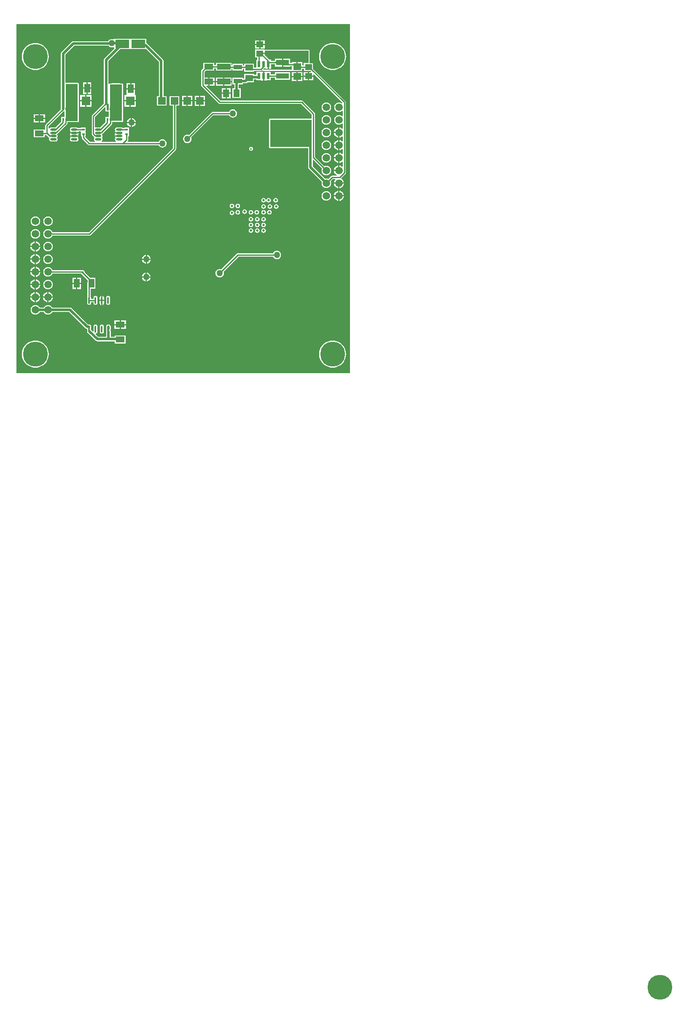
<source format=gbr>
%TF.GenerationSoftware,Altium Limited,Altium Designer,18.0.12 (696)*%
G04 Layer_Physical_Order=2*
G04 Layer_Color=16711680*
%FSLAX26Y26*%
%MOIN*%
%TF.FileFunction,Copper,L2,Bot,Signal*%
%TF.Part,Single*%
G01*
G75*
%TA.AperFunction,SMDPad,CuDef*%
%ADD10R,0.057087X0.045276*%
%ADD11R,0.059055X0.049213*%
%ADD13R,0.106299X0.045276*%
%ADD14R,0.070866X0.045276*%
%ADD17R,0.049213X0.059055*%
%ADD20R,0.021654X0.017716*%
%TA.AperFunction,Conductor*%
%ADD24C,0.019685*%
%ADD25C,0.010000*%
%ADD40R,0.330000X0.216000*%
%TA.AperFunction,ViaPad*%
%ADD59C,0.019685*%
%TA.AperFunction,ComponentPad*%
%ADD60R,0.070866X0.070866*%
%ADD61R,0.060000X0.060000*%
%ADD62C,0.059055*%
%TA.AperFunction,ViaPad*%
%ADD63C,0.196850*%
%ADD64C,0.050000*%
%ADD65C,0.013780*%
%TA.AperFunction,SMDPad,CuDef*%
%ADD66R,0.045276X0.070866*%
%ADD67R,0.110236X0.066929*%
%ADD68O,0.051181X0.017716*%
%ADD69R,0.066929X0.037402*%
%ADD70R,0.061024X0.053150*%
%ADD71R,0.102362X0.043307*%
%ADD72R,0.021654X0.051181*%
%ADD73O,0.013780X0.055118*%
%ADD74R,0.015748X0.023622*%
%TA.AperFunction,Conductor*%
%ADD75C,0.015748*%
%ADD76R,0.095000X0.295000*%
%ADD77R,0.095000X0.290000*%
G36*
X2488055Y-150472D02*
X-149740D01*
Y2605434D01*
X2488055D01*
Y-150472D01*
D02*
G37*
%LPC*%
G36*
X750984Y2491339D02*
X745984Y2491338D01*
X623032D01*
Y2488526D01*
X618031Y2485185D01*
X613582Y2487028D01*
X605000Y2488158D01*
X596418Y2487028D01*
X588421Y2483715D01*
X581554Y2478446D01*
X576285Y2471579D01*
X576071Y2471064D01*
X299000D01*
X292087Y2469689D01*
X286227Y2465773D01*
X206637Y2386182D01*
X202721Y2380322D01*
X201346Y2373410D01*
Y1936339D01*
X201916Y1933472D01*
X82718Y1814274D01*
X79873Y1810015D01*
X78874Y1804992D01*
Y1777917D01*
X75307Y1774457D01*
X-11307D01*
Y1713433D01*
X75307D01*
Y1728723D01*
X88714D01*
X104514Y1712923D01*
X108549Y1710227D01*
X108797Y1710010D01*
X110789Y1704579D01*
X109829Y1703143D01*
X108531Y1696614D01*
X109829Y1690085D01*
X113527Y1684551D01*
X119062Y1680853D01*
X125591Y1679554D01*
X159055D01*
X165584Y1680853D01*
X171118Y1684551D01*
X174817Y1690085D01*
X176115Y1696614D01*
X174817Y1703143D01*
X173220Y1705532D01*
X171452Y1709409D01*
X173220Y1713287D01*
X174817Y1715676D01*
X176115Y1722205D01*
X174817Y1728733D01*
X171118Y1734268D01*
Y1735732D01*
X174117Y1740219D01*
X177338Y1742372D01*
X249439Y1814473D01*
X252285Y1818731D01*
X253284Y1823754D01*
Y1831972D01*
X335000D01*
X338072Y1832583D01*
X340677Y1834323D01*
X342417Y1836928D01*
X343028Y1840000D01*
Y1956693D01*
X343307D01*
Y2043307D01*
X343028D01*
Y2135000D01*
X342417Y2138072D01*
X340677Y2140677D01*
X338072Y2142417D01*
X335000Y2143028D01*
X321457D01*
Y2143307D01*
X260433D01*
Y2143028D01*
X240000D01*
X237473Y2145102D01*
Y2365927D01*
X306482Y2434936D01*
X578959D01*
X581554Y2431554D01*
X588421Y2426285D01*
X596418Y2422972D01*
X605000Y2421842D01*
X613582Y2422972D01*
X618031Y2424815D01*
X623032Y2421474D01*
Y2412554D01*
X547227Y2336749D01*
X543311Y2330889D01*
X541936Y2323976D01*
Y1980500D01*
X449577Y1888140D01*
X446731Y1883881D01*
X445732Y1878858D01*
Y1738793D01*
X446731Y1733770D01*
X449577Y1729512D01*
X462307Y1716781D01*
X465529Y1714628D01*
X468527Y1710142D01*
Y1708677D01*
X464829Y1703143D01*
X463531Y1696614D01*
X464829Y1690085D01*
X468527Y1684551D01*
X472156Y1682126D01*
X470639Y1677126D01*
X430964D01*
X392539Y1715551D01*
X393124Y1720551D01*
X397701D01*
Y1750984D01*
X397701Y1754016D01*
X397701Y1759016D01*
Y1789449D01*
X360299D01*
Y1786512D01*
X334882D01*
X330938Y1789147D01*
X324409Y1790446D01*
X290945D01*
X284416Y1789147D01*
X278882Y1785449D01*
X275183Y1779914D01*
X273885Y1773386D01*
X275183Y1766857D01*
X278377Y1762078D01*
X277349Y1761391D01*
X273181Y1755153D01*
X272712Y1752795D01*
X307677D01*
X342643D01*
X342174Y1755153D01*
X341708Y1755850D01*
X344065Y1760260D01*
X356764D01*
X360299Y1756724D01*
X360299Y1750984D01*
Y1720551D01*
X365874D01*
Y1710527D01*
X366873Y1705504D01*
X369718Y1701246D01*
X416246Y1654718D01*
X420504Y1651873D01*
X425527Y1650874D01*
X974855D01*
X976285Y1647421D01*
X981554Y1640554D01*
X988421Y1635285D01*
X996418Y1631972D01*
X1005000Y1630842D01*
X1013582Y1631972D01*
X1021579Y1635285D01*
X1028446Y1640554D01*
X1033715Y1647421D01*
X1037028Y1655418D01*
X1038158Y1664000D01*
X1037028Y1672582D01*
X1033715Y1680579D01*
X1028446Y1687446D01*
X1021579Y1692715D01*
X1013582Y1696028D01*
X1005000Y1697158D01*
X996418Y1696028D01*
X988421Y1692715D01*
X981554Y1687446D01*
X976285Y1680579D01*
X974855Y1677126D01*
X730222D01*
X728309Y1681746D01*
X730282Y1683718D01*
X733127Y1687977D01*
X734126Y1693000D01*
Y1719551D01*
X739701D01*
Y1749984D01*
X739701Y1753016D01*
X739701Y1758016D01*
Y1788449D01*
X702299D01*
Y1786512D01*
X689882D01*
X685938Y1789147D01*
X679409Y1790446D01*
X645945D01*
X639416Y1789147D01*
X633882Y1785449D01*
X630183Y1779914D01*
X628885Y1773386D01*
X630183Y1766857D01*
X633377Y1762078D01*
X632349Y1761391D01*
X628181Y1755153D01*
X627712Y1752795D01*
X662677D01*
Y1742795D01*
X627712D01*
X628181Y1740437D01*
X631814Y1735000D01*
X628181Y1729563D01*
X627712Y1727205D01*
X662677D01*
Y1717205D01*
X627712D01*
X628181Y1714847D01*
X632349Y1708609D01*
X633377Y1707922D01*
X630183Y1703143D01*
X628885Y1696614D01*
X630183Y1690085D01*
X633882Y1684551D01*
X637510Y1682126D01*
X635994Y1677126D01*
X524006D01*
X522490Y1682126D01*
X526118Y1684551D01*
X529817Y1690085D01*
X531115Y1696614D01*
X529817Y1703143D01*
X526118Y1708677D01*
Y1710142D01*
X529817Y1715676D01*
X531115Y1722205D01*
X529817Y1728733D01*
X526118Y1734268D01*
X528220Y1738877D01*
X529117Y1740219D01*
X532339Y1742372D01*
X604282Y1814315D01*
X607127Y1818573D01*
X608126Y1823597D01*
Y1831972D01*
X685000D01*
X688072Y1832583D01*
X690677Y1834323D01*
X692417Y1836928D01*
X693028Y1840000D01*
Y1956693D01*
X693307D01*
Y2043307D01*
X693028D01*
Y2130000D01*
X692417Y2133072D01*
X690677Y2135677D01*
X688072Y2137417D01*
X685000Y2138028D01*
X666457D01*
Y2138307D01*
X605433D01*
Y2138028D01*
X590000D01*
X586928Y2137417D01*
X584323Y2135677D01*
X583064Y2133792D01*
X580069Y2133935D01*
X578064Y2134624D01*
Y2316494D01*
X670231Y2408662D01*
X745984D01*
X749016Y2408661D01*
X754016Y2408662D01*
X875793D01*
X976936Y2307518D01*
Y2037874D01*
X962126D01*
Y1962126D01*
X1037874D01*
Y2037874D01*
X1013064D01*
Y2315000D01*
X1011689Y2321913D01*
X1007773Y2327773D01*
X882773Y2452773D01*
X876968Y2456651D01*
Y2491338D01*
X754016D01*
X750984Y2491339D01*
D02*
G37*
G36*
X1813543Y2478071D02*
X1780000D01*
Y2450433D01*
X1813543D01*
Y2478071D01*
D02*
G37*
G36*
X1770000D02*
X1736457D01*
Y2450433D01*
X1770000D01*
Y2478071D01*
D02*
G37*
G36*
X1813543Y2440433D02*
X1780000D01*
Y2412795D01*
X1813543D01*
Y2440433D01*
D02*
G37*
G36*
X1770000D02*
X1736457D01*
Y2412795D01*
X1770000D01*
Y2440433D01*
D02*
G37*
G36*
X1811417Y2405079D02*
Y2405079D01*
X1738583D01*
Y2344055D01*
X1754220D01*
Y2323068D01*
X1748645D01*
Y2264266D01*
X1726401D01*
Y2294764D01*
X1651599D01*
Y2279188D01*
X1640339D01*
Y2292637D01*
X1557661D01*
Y2279188D01*
X1550024D01*
Y2300512D01*
X1427976D01*
Y2283126D01*
X1414961D01*
Y2300788D01*
X1328347D01*
Y2258327D01*
X1314065Y2244046D01*
X1311220Y2239787D01*
X1310221Y2234764D01*
Y2124196D01*
X1311220Y2119173D01*
X1314065Y2114914D01*
X1449560Y1979419D01*
X1453819Y1976574D01*
X1458842Y1975575D01*
X2100862D01*
X2185330Y1891107D01*
Y1859299D01*
X2185000Y1859028D01*
X1855000D01*
X1851928Y1858417D01*
X1849323Y1856677D01*
X1847583Y1854072D01*
X1846972Y1851000D01*
Y1635000D01*
X1847583Y1631928D01*
X1849323Y1629323D01*
X1851928Y1627583D01*
X1855000Y1626972D01*
X2157094D01*
Y1474842D01*
X2158469Y1467930D01*
X2162385Y1462070D01*
X2263892Y1360562D01*
X2263561Y1359764D01*
X2262276Y1350000D01*
X2263561Y1340236D01*
X2267330Y1331138D01*
X2273325Y1323325D01*
X2281138Y1317330D01*
X2290236Y1313561D01*
X2300000Y1312276D01*
X2309764Y1313561D01*
X2318862Y1317330D01*
X2326675Y1323325D01*
X2332670Y1331138D01*
X2336439Y1340236D01*
X2337724Y1350000D01*
X2336439Y1359764D01*
X2334063Y1365500D01*
X2351349Y1382785D01*
X2370249D01*
X2370897Y1380877D01*
X2371497Y1377785D01*
X2365473Y1369934D01*
X2361490Y1360319D01*
X2360790Y1355000D01*
X2400000D01*
X2439210D01*
X2438510Y1360319D01*
X2434527Y1369934D01*
X2428191Y1378191D01*
X2420043Y1384444D01*
X2419932Y1384542D01*
X2418897Y1390369D01*
X2451683Y1423155D01*
X2454529Y1427414D01*
X2455528Y1432437D01*
Y1988880D01*
X2454529Y1993903D01*
X2451683Y1998162D01*
X2195417Y2254427D01*
Y2296888D01*
X2170033D01*
X2168288Y2299014D01*
Y2395434D01*
X2167677Y2398506D01*
X2165937Y2401110D01*
X2163332Y2402851D01*
X2160260Y2403462D01*
X1813543D01*
X1813418Y2403437D01*
X1811417Y2405079D01*
D02*
G37*
G36*
X2350000Y2456628D02*
X2333320Y2455315D01*
X2317050Y2451409D01*
X2301592Y2445006D01*
X2287326Y2436264D01*
X2274603Y2425397D01*
X2263736Y2412674D01*
X2254994Y2398408D01*
X2248591Y2382950D01*
X2244685Y2366680D01*
X2243372Y2350000D01*
X2244685Y2333320D01*
X2248591Y2317050D01*
X2254994Y2301592D01*
X2263736Y2287326D01*
X2274603Y2274603D01*
X2287326Y2263736D01*
X2301592Y2254994D01*
X2317050Y2248591D01*
X2333320Y2244685D01*
X2350000Y2243372D01*
X2366680Y2244685D01*
X2382950Y2248591D01*
X2398408Y2254994D01*
X2412674Y2263736D01*
X2425397Y2274603D01*
X2436264Y2287326D01*
X2445006Y2301592D01*
X2451409Y2317050D01*
X2455315Y2333320D01*
X2456628Y2350000D01*
X2455315Y2366680D01*
X2451409Y2382950D01*
X2445006Y2398408D01*
X2436264Y2412674D01*
X2425397Y2425397D01*
X2412674Y2436264D01*
X2398408Y2445006D01*
X2382950Y2451409D01*
X2366680Y2455315D01*
X2350000Y2456628D01*
D02*
G37*
G36*
X0D02*
X-16680Y2455315D01*
X-32950Y2451409D01*
X-48408Y2445006D01*
X-62674Y2436264D01*
X-75397Y2425397D01*
X-86264Y2412674D01*
X-95006Y2398408D01*
X-101409Y2382950D01*
X-105315Y2366680D01*
X-106628Y2350000D01*
X-105315Y2333320D01*
X-101409Y2317050D01*
X-95006Y2301592D01*
X-86264Y2287326D01*
X-75397Y2274603D01*
X-62674Y2263736D01*
X-48408Y2254994D01*
X-32950Y2248591D01*
X-16680Y2244685D01*
X0Y2243372D01*
X16680Y2244685D01*
X32950Y2248591D01*
X48408Y2254994D01*
X62674Y2263736D01*
X75397Y2274603D01*
X86264Y2287326D01*
X95006Y2301592D01*
X101409Y2317050D01*
X105315Y2333320D01*
X106628Y2350000D01*
X105315Y2366680D01*
X101409Y2382950D01*
X95006Y2398408D01*
X86264Y2412674D01*
X75397Y2425397D01*
X62674Y2436264D01*
X48408Y2445006D01*
X32950Y2451409D01*
X16680Y2455315D01*
X0Y2456628D01*
D02*
G37*
G36*
X441693Y2145433D02*
X414055D01*
Y2105000D01*
X441693D01*
Y2145433D01*
D02*
G37*
G36*
X404055D02*
X376417D01*
Y2105000D01*
X404055D01*
Y2145433D01*
D02*
G37*
G36*
X786693Y2140433D02*
X759055D01*
Y2100000D01*
X786693D01*
Y2140433D01*
D02*
G37*
G36*
X749055D02*
X721417D01*
Y2100000D01*
X749055D01*
Y2140433D01*
D02*
G37*
G36*
X441693Y2095000D02*
X414055D01*
Y2054567D01*
X441693D01*
Y2095000D01*
D02*
G37*
G36*
X404055D02*
X376417D01*
Y2054567D01*
X404055D01*
Y2095000D01*
D02*
G37*
G36*
X1340000Y2040000D02*
X1305000D01*
Y2005000D01*
X1340000D01*
Y2040000D01*
D02*
G37*
G36*
X1240000D02*
X1205000D01*
Y2005000D01*
X1240000D01*
Y2040000D01*
D02*
G37*
G36*
X445433Y2045433D02*
X405000D01*
Y2005000D01*
X445433D01*
Y2045433D01*
D02*
G37*
G36*
X1295000Y2040000D02*
X1260000D01*
Y2005000D01*
X1295000D01*
D01*
Y2040000D01*
D02*
G37*
G36*
X1195000D02*
X1160000D01*
Y2005000D01*
X1195000D01*
Y2040000D01*
D02*
G37*
G36*
X786693Y2090000D02*
X754055D01*
X721417D01*
Y2050433D01*
X721417Y2049567D01*
X719327Y2045433D01*
X704567D01*
Y2005000D01*
X750000D01*
X795433D01*
Y2045433D01*
X788783D01*
X786693Y2049567D01*
X786693Y2050433D01*
Y2090000D01*
D02*
G37*
G36*
X395000Y2045433D02*
X354567D01*
Y2005000D01*
X395000D01*
Y2045433D01*
D02*
G37*
G36*
X1340000Y1995000D02*
X1305000D01*
Y1960000D01*
X1340000D01*
Y1960944D01*
Y1995000D01*
D02*
G37*
G36*
X1295000D02*
X1260000D01*
Y1960000D01*
X1295000D01*
Y1995000D01*
D02*
G37*
G36*
X1240000D02*
X1205000D01*
Y1960000D01*
X1240000D01*
Y1995000D01*
D02*
G37*
G36*
X1195000D02*
X1160000D01*
Y1960000D01*
X1195000D01*
Y1995000D01*
D02*
G37*
G36*
X795433D02*
X755000D01*
Y1954567D01*
X795433D01*
Y1995000D01*
D02*
G37*
G36*
X745000D02*
X704567D01*
Y1954567D01*
X745000D01*
Y1995000D01*
D02*
G37*
G36*
X445433D02*
X405000D01*
Y1954567D01*
X445433D01*
Y1995000D01*
D02*
G37*
G36*
X395000D02*
X354567D01*
Y1954567D01*
X395000D01*
Y1995000D01*
D02*
G37*
G36*
X1562000Y1934158D02*
X1553418Y1933028D01*
X1545421Y1929715D01*
X1538554Y1924446D01*
X1533285Y1917579D01*
X1531854Y1914126D01*
X1402000D01*
X1396977Y1913127D01*
X1392718Y1910282D01*
X1213034Y1730598D01*
X1209582Y1732028D01*
X1201000Y1733158D01*
X1192418Y1732028D01*
X1184421Y1728715D01*
X1177554Y1723446D01*
X1172285Y1716579D01*
X1168972Y1708582D01*
X1167842Y1700000D01*
X1168972Y1691418D01*
X1172285Y1683421D01*
X1177554Y1676554D01*
X1184421Y1671285D01*
X1192418Y1667972D01*
X1201000Y1666842D01*
X1209582Y1667972D01*
X1217579Y1671285D01*
X1224446Y1676554D01*
X1229715Y1683421D01*
X1233028Y1691418D01*
X1234158Y1700000D01*
X1233028Y1708582D01*
X1231598Y1712034D01*
X1407437Y1887874D01*
X1531854D01*
X1533285Y1884421D01*
X1538554Y1877554D01*
X1545421Y1872285D01*
X1553418Y1868972D01*
X1562000Y1867842D01*
X1570582Y1868972D01*
X1578579Y1872285D01*
X1585446Y1877554D01*
X1590715Y1884421D01*
X1594028Y1892418D01*
X1595158Y1901000D01*
X1594028Y1909582D01*
X1590715Y1917579D01*
X1585446Y1924446D01*
X1578579Y1929715D01*
X1570582Y1933028D01*
X1562000Y1934158D01*
D02*
G37*
G36*
X77433Y1894693D02*
X37000D01*
Y1867055D01*
X77433D01*
Y1894693D01*
D02*
G37*
G36*
X27000D02*
X-13433D01*
Y1867055D01*
X27000D01*
Y1894693D01*
D02*
G37*
G36*
X764000Y1863644D02*
Y1834000D01*
X793644D01*
X793099Y1838137D01*
X789572Y1846651D01*
X783962Y1853962D01*
X776651Y1859572D01*
X768137Y1863099D01*
X764000Y1863644D01*
D02*
G37*
G36*
X754000D02*
X749863Y1863099D01*
X741349Y1859572D01*
X734038Y1853962D01*
X728428Y1846651D01*
X724901Y1838137D01*
X724356Y1834000D01*
X754000D01*
Y1863644D01*
D02*
G37*
G36*
X77433Y1857055D02*
X37000D01*
Y1829417D01*
X77433D01*
Y1857055D01*
D02*
G37*
G36*
X27000D02*
X-13433D01*
Y1829417D01*
X27000D01*
Y1857055D01*
D02*
G37*
G36*
X793644Y1824000D02*
X764000D01*
Y1794356D01*
X768137Y1794901D01*
X776651Y1798428D01*
X783962Y1804038D01*
X789572Y1811349D01*
X793099Y1819863D01*
X793644Y1824000D01*
D02*
G37*
G36*
X754000D02*
X724356D01*
X724901Y1819863D01*
X728428Y1811349D01*
X734038Y1804038D01*
X741349Y1798428D01*
X749863Y1794901D01*
X754000Y1794356D01*
Y1824000D01*
D02*
G37*
G36*
X342643Y1742795D02*
X307677D01*
X272712D01*
X273181Y1740437D01*
X276814Y1735000D01*
X273181Y1729563D01*
X272712Y1727205D01*
X307677D01*
X342643D01*
X342174Y1729563D01*
X338541Y1735000D01*
X342174Y1740437D01*
X342643Y1742795D01*
D02*
G37*
G36*
Y1717205D02*
X307677D01*
X272712D01*
X273181Y1714847D01*
X277349Y1708609D01*
X278377Y1707922D01*
X275183Y1703143D01*
X273885Y1696614D01*
X275183Y1690085D01*
X278882Y1684551D01*
X284416Y1680853D01*
X290945Y1679554D01*
X324409D01*
X330938Y1680853D01*
X336473Y1684551D01*
X340171Y1690085D01*
X341469Y1696614D01*
X340171Y1703143D01*
X336978Y1707922D01*
X338005Y1708609D01*
X342174Y1714847D01*
X342643Y1717205D01*
D02*
G37*
G36*
X1705000Y1636053D02*
X1699239Y1634907D01*
X1694356Y1631644D01*
X1691093Y1626761D01*
X1689947Y1621000D01*
X1691093Y1615239D01*
X1694356Y1610356D01*
X1699239Y1607093D01*
X1705000Y1605947D01*
X1710761Y1607093D01*
X1715644Y1610356D01*
X1718907Y1615239D01*
X1720053Y1621000D01*
X1718907Y1626761D01*
X1715644Y1631644D01*
X1710761Y1634907D01*
X1705000Y1636053D01*
D02*
G37*
G36*
X2439210Y1345000D02*
X2405000D01*
Y1310790D01*
X2410319Y1311490D01*
X2419934Y1315473D01*
X2428191Y1321809D01*
X2434527Y1330066D01*
X2438510Y1339681D01*
X2439210Y1345000D01*
D02*
G37*
G36*
X2395000D02*
X2360790D01*
X2361490Y1339681D01*
X2365473Y1330066D01*
X2371809Y1321809D01*
X2380066Y1315473D01*
X2389681Y1311490D01*
X2395000Y1310790D01*
Y1345000D01*
D02*
G37*
G36*
X2405000Y1289210D02*
Y1255000D01*
X2439210D01*
X2438510Y1260319D01*
X2434527Y1269934D01*
X2428191Y1278191D01*
X2419934Y1284527D01*
X2410319Y1288510D01*
X2405000Y1289210D01*
D02*
G37*
G36*
X2395000D02*
X2389681Y1288510D01*
X2380066Y1284527D01*
X2371809Y1278191D01*
X2365473Y1269934D01*
X2361490Y1260319D01*
X2360790Y1255000D01*
X2395000D01*
Y1289210D01*
D02*
G37*
G36*
X1845000Y1233064D02*
X1838087Y1231689D01*
X1832227Y1227773D01*
X1828311Y1221913D01*
X1827549Y1218080D01*
X1822451D01*
X1821689Y1221913D01*
X1817773Y1227773D01*
X1811913Y1231689D01*
X1805000Y1233064D01*
X1798087Y1231689D01*
X1792227Y1227773D01*
X1788311Y1221913D01*
X1786936Y1215000D01*
X1788311Y1208087D01*
X1792227Y1202227D01*
X1798087Y1198311D01*
X1805000Y1196936D01*
X1811913Y1198311D01*
X1817773Y1202227D01*
X1821689Y1208087D01*
X1822451Y1211920D01*
X1827549D01*
X1828311Y1208087D01*
X1832227Y1202227D01*
X1838087Y1198311D01*
X1845000Y1196936D01*
X1851913Y1198311D01*
X1857773Y1202227D01*
X1861689Y1208087D01*
X1863064Y1215000D01*
X1861689Y1221913D01*
X1857773Y1227773D01*
X1851913Y1231689D01*
X1845000Y1233064D01*
D02*
G37*
G36*
X2300000Y1287724D02*
X2290236Y1286439D01*
X2281138Y1282670D01*
X2273325Y1276675D01*
X2267330Y1268862D01*
X2263561Y1259764D01*
X2262276Y1250000D01*
X2263561Y1240236D01*
X2267330Y1231138D01*
X2273325Y1223325D01*
X2281138Y1217330D01*
X2290236Y1213561D01*
X2300000Y1212276D01*
X2309764Y1213561D01*
X2318862Y1217330D01*
X2326675Y1223325D01*
X2332670Y1231138D01*
X2336439Y1240236D01*
X2337724Y1250000D01*
X2336439Y1259764D01*
X2332670Y1268862D01*
X2326675Y1276675D01*
X2318862Y1282670D01*
X2309764Y1286439D01*
X2300000Y1287724D01*
D02*
G37*
G36*
X2439210Y1245000D02*
X2405000D01*
Y1210790D01*
X2410319Y1211490D01*
X2419934Y1215473D01*
X2428191Y1221809D01*
X2434527Y1230066D01*
X2438510Y1239681D01*
X2439210Y1245000D01*
D02*
G37*
G36*
X2395000D02*
X2360790D01*
X2361490Y1239681D01*
X2365473Y1230066D01*
X2371809Y1221809D01*
X2380066Y1215473D01*
X2389681Y1211490D01*
X2395000Y1210790D01*
Y1245000D01*
D02*
G37*
G36*
X1900000Y1233064D02*
X1893087Y1231689D01*
X1887227Y1227773D01*
X1883311Y1221913D01*
X1881936Y1215000D01*
X1883311Y1208087D01*
X1887227Y1202227D01*
X1893087Y1198311D01*
X1900000Y1196936D01*
X1906913Y1198311D01*
X1912773Y1202227D01*
X1916689Y1208087D01*
X1918064Y1215000D01*
X1916689Y1221913D01*
X1912773Y1227773D01*
X1906913Y1231689D01*
X1900000Y1233064D01*
D02*
G37*
G36*
X1600000Y1188064D02*
X1593087Y1186689D01*
X1587227Y1182773D01*
X1583311Y1176913D01*
X1581936Y1170000D01*
X1583311Y1163087D01*
X1587227Y1157227D01*
X1593087Y1153311D01*
X1600000Y1151936D01*
X1606913Y1153311D01*
X1612773Y1157227D01*
X1616689Y1163087D01*
X1618064Y1170000D01*
X1616689Y1176913D01*
X1612773Y1182773D01*
X1606913Y1186689D01*
X1600000Y1188064D01*
D02*
G37*
G36*
X1555000D02*
X1548087Y1186689D01*
X1542227Y1182773D01*
X1538311Y1176913D01*
X1536936Y1170000D01*
X1538311Y1163087D01*
X1542227Y1157227D01*
X1548087Y1153311D01*
X1555000Y1151936D01*
X1561913Y1153311D01*
X1567773Y1157227D01*
X1571689Y1163087D01*
X1573064Y1170000D01*
X1571689Y1176913D01*
X1567773Y1182773D01*
X1561913Y1186689D01*
X1555000Y1188064D01*
D02*
G37*
G36*
X1905000Y1183064D02*
X1898087Y1181689D01*
X1892227Y1177773D01*
X1888311Y1171913D01*
X1886936Y1165000D01*
X1888311Y1158087D01*
X1892227Y1152227D01*
X1898087Y1148311D01*
X1905000Y1146936D01*
X1911913Y1148311D01*
X1917773Y1152227D01*
X1921689Y1158087D01*
X1923064Y1165000D01*
X1921689Y1171913D01*
X1917773Y1177773D01*
X1911913Y1181689D01*
X1905000Y1183064D01*
D02*
G37*
G36*
X1855000D02*
X1848087Y1181689D01*
X1842227Y1177773D01*
X1838311Y1171913D01*
X1836936Y1165000D01*
X1838311Y1158087D01*
X1842227Y1152227D01*
X1848087Y1148311D01*
X1855000Y1146936D01*
X1861913Y1148311D01*
X1867773Y1152227D01*
X1871689Y1158087D01*
X1873064Y1165000D01*
X1871689Y1171913D01*
X1867773Y1177773D01*
X1861913Y1181689D01*
X1855000Y1183064D01*
D02*
G37*
G36*
X1805000D02*
X1798087Y1181689D01*
X1792227Y1177773D01*
X1788311Y1171913D01*
X1786936Y1165000D01*
X1788311Y1158087D01*
X1792227Y1152227D01*
X1798087Y1148311D01*
X1805000Y1146936D01*
X1811913Y1148311D01*
X1817773Y1152227D01*
X1821689Y1158087D01*
X1823064Y1165000D01*
X1821689Y1171913D01*
X1817773Y1177773D01*
X1811913Y1181689D01*
X1805000Y1183064D01*
D02*
G37*
G36*
X1655000Y1143064D02*
X1648087Y1141689D01*
X1642227Y1137773D01*
X1638311Y1131913D01*
X1636936Y1125000D01*
X1638311Y1118087D01*
X1642227Y1112227D01*
X1648087Y1108311D01*
X1655000Y1106936D01*
X1661913Y1108311D01*
X1667773Y1112227D01*
X1671689Y1118087D01*
X1673064Y1125000D01*
X1671689Y1131913D01*
X1667773Y1137773D01*
X1661913Y1141689D01*
X1655000Y1143064D01*
D02*
G37*
G36*
X1850000Y1138064D02*
X1843087Y1136689D01*
X1837227Y1132773D01*
X1833311Y1126913D01*
X1831936Y1120000D01*
X1833311Y1113087D01*
X1837227Y1107227D01*
X1843087Y1103311D01*
X1850000Y1101936D01*
X1856913Y1103311D01*
X1862773Y1107227D01*
X1866689Y1113087D01*
X1868064Y1120000D01*
X1866689Y1126913D01*
X1862773Y1132773D01*
X1856913Y1136689D01*
X1850000Y1138064D01*
D02*
G37*
G36*
X1805000D02*
X1798087Y1136689D01*
X1792227Y1132773D01*
X1788311Y1126913D01*
X1786936Y1120000D01*
X1788311Y1113087D01*
X1792227Y1107227D01*
X1798087Y1103311D01*
X1805000Y1101936D01*
X1811913Y1103311D01*
X1817773Y1107227D01*
X1821689Y1113087D01*
X1823064Y1120000D01*
X1821689Y1126913D01*
X1817773Y1132773D01*
X1811913Y1136689D01*
X1805000Y1138064D01*
D02*
G37*
G36*
X1750000D02*
X1743087Y1136689D01*
X1737227Y1132773D01*
X1733311Y1126913D01*
X1731936Y1120000D01*
X1733311Y1113087D01*
X1737227Y1107227D01*
X1743087Y1103311D01*
X1750000Y1101936D01*
X1756913Y1103311D01*
X1762773Y1107227D01*
X1766689Y1113087D01*
X1768064Y1120000D01*
X1766689Y1126913D01*
X1762773Y1132773D01*
X1756913Y1136689D01*
X1750000Y1138064D01*
D02*
G37*
G36*
X1705000D02*
X1698087Y1136689D01*
X1692227Y1132773D01*
X1688311Y1126913D01*
X1686936Y1120000D01*
X1688311Y1113087D01*
X1692227Y1107227D01*
X1698087Y1103311D01*
X1705000Y1101936D01*
X1711913Y1103311D01*
X1717773Y1107227D01*
X1721689Y1113087D01*
X1723064Y1120000D01*
X1721689Y1126913D01*
X1717773Y1132773D01*
X1711913Y1136689D01*
X1705000Y1138064D01*
D02*
G37*
G36*
X1600000D02*
X1593087Y1136689D01*
X1587227Y1132773D01*
X1583311Y1126913D01*
X1581936Y1120000D01*
X1583311Y1113087D01*
X1587227Y1107227D01*
X1593087Y1103311D01*
X1600000Y1101936D01*
X1606913Y1103311D01*
X1612773Y1107227D01*
X1616689Y1113087D01*
X1618064Y1120000D01*
X1616689Y1126913D01*
X1612773Y1132773D01*
X1606913Y1136689D01*
X1600000Y1138064D01*
D02*
G37*
G36*
X1555000Y1133064D02*
X1548087Y1131689D01*
X1542227Y1127773D01*
X1538311Y1121913D01*
X1536936Y1115000D01*
X1538311Y1108087D01*
X1542227Y1102227D01*
X1548087Y1098311D01*
X1555000Y1096936D01*
X1561913Y1098311D01*
X1567773Y1102227D01*
X1571689Y1108087D01*
X1573064Y1115000D01*
X1571689Y1121913D01*
X1567773Y1127773D01*
X1561913Y1131689D01*
X1555000Y1133064D01*
D02*
G37*
G36*
X1805000Y1083064D02*
X1798087Y1081689D01*
X1792227Y1077773D01*
X1788311Y1071913D01*
X1786936Y1065000D01*
X1788311Y1058087D01*
X1792227Y1052227D01*
X1798087Y1048311D01*
X1805000Y1046936D01*
X1811913Y1048311D01*
X1817773Y1052227D01*
X1821689Y1058087D01*
X1823064Y1065000D01*
X1821689Y1071913D01*
X1817773Y1077773D01*
X1811913Y1081689D01*
X1805000Y1083064D01*
D02*
G37*
G36*
X1755000D02*
X1748087Y1081689D01*
X1742227Y1077773D01*
X1738311Y1071913D01*
X1736936Y1065000D01*
X1738311Y1058087D01*
X1742227Y1052227D01*
X1748087Y1048311D01*
X1755000Y1046936D01*
X1761913Y1048311D01*
X1767773Y1052227D01*
X1771689Y1058087D01*
X1773064Y1065000D01*
X1771689Y1071913D01*
X1767773Y1077773D01*
X1761913Y1081689D01*
X1755000Y1083064D01*
D02*
G37*
G36*
X1705000D02*
X1698087Y1081689D01*
X1692227Y1077773D01*
X1688311Y1071913D01*
X1686936Y1065000D01*
X1688311Y1058087D01*
X1692227Y1052227D01*
X1698087Y1048311D01*
X1705000Y1046936D01*
X1711913Y1048311D01*
X1717773Y1052227D01*
X1721689Y1058087D01*
X1723064Y1065000D01*
X1721689Y1071913D01*
X1717773Y1077773D01*
X1711913Y1081689D01*
X1705000Y1083064D01*
D02*
G37*
G36*
X100000Y1087724D02*
X90236Y1086439D01*
X81138Y1082670D01*
X73325Y1076675D01*
X67330Y1068862D01*
X63561Y1059764D01*
X62276Y1050000D01*
X63561Y1040236D01*
X67330Y1031138D01*
X73325Y1023325D01*
X81138Y1017330D01*
X90236Y1013561D01*
X100000Y1012276D01*
X109764Y1013561D01*
X118862Y1017330D01*
X126675Y1023325D01*
X132670Y1031138D01*
X136439Y1040236D01*
X137724Y1050000D01*
X136439Y1059764D01*
X132670Y1068862D01*
X126675Y1076675D01*
X118862Y1082670D01*
X109764Y1086439D01*
X100000Y1087724D01*
D02*
G37*
G36*
X0D02*
X-9764Y1086439D01*
X-18862Y1082670D01*
X-26675Y1076675D01*
X-32670Y1068862D01*
X-36439Y1059764D01*
X-37724Y1050000D01*
X-36439Y1040236D01*
X-32670Y1031138D01*
X-26675Y1023325D01*
X-18862Y1017330D01*
X-9764Y1013561D01*
X0Y1012276D01*
X9764Y1013561D01*
X18862Y1017330D01*
X26675Y1023325D01*
X32670Y1031138D01*
X36439Y1040236D01*
X37724Y1050000D01*
X36439Y1059764D01*
X32670Y1068862D01*
X26675Y1076675D01*
X18862Y1082670D01*
X9764Y1086439D01*
X0Y1087724D01*
D02*
G37*
G36*
X1805000Y1038064D02*
X1798087Y1036689D01*
X1792227Y1032773D01*
X1788311Y1026913D01*
X1786936Y1020000D01*
X1788311Y1013087D01*
X1792227Y1007227D01*
X1798087Y1003311D01*
X1805000Y1001936D01*
X1811913Y1003311D01*
X1817773Y1007227D01*
X1821689Y1013087D01*
X1823064Y1020000D01*
X1821689Y1026913D01*
X1817773Y1032773D01*
X1811913Y1036689D01*
X1805000Y1038064D01*
D02*
G37*
G36*
X1755000D02*
X1748087Y1036689D01*
X1742227Y1032773D01*
X1738311Y1026913D01*
X1736936Y1020000D01*
X1738311Y1013087D01*
X1742227Y1007227D01*
X1748087Y1003311D01*
X1755000Y1001936D01*
X1761913Y1003311D01*
X1767773Y1007227D01*
X1771689Y1013087D01*
X1773064Y1020000D01*
X1771689Y1026913D01*
X1767773Y1032773D01*
X1761913Y1036689D01*
X1755000Y1038064D01*
D02*
G37*
G36*
X1705000D02*
X1698087Y1036689D01*
X1692227Y1032773D01*
X1688311Y1026913D01*
X1686936Y1020000D01*
X1688311Y1013087D01*
X1692227Y1007227D01*
X1698087Y1003311D01*
X1705000Y1001936D01*
X1711913Y1003311D01*
X1717773Y1007227D01*
X1721689Y1013087D01*
X1723064Y1020000D01*
X1721689Y1026913D01*
X1717773Y1032773D01*
X1711913Y1036689D01*
X1705000Y1038064D01*
D02*
G37*
G36*
X1137874Y2037874D02*
X1062126D01*
Y1962126D01*
X1086874D01*
Y1627437D01*
X422563Y963126D01*
X135046D01*
X132670Y968862D01*
X126675Y976675D01*
X118862Y982670D01*
X109764Y986439D01*
X100000Y987724D01*
X90236Y986439D01*
X81138Y982670D01*
X73325Y976675D01*
X67330Y968862D01*
X63561Y959764D01*
X62276Y950000D01*
X63561Y940236D01*
X67330Y931138D01*
X73325Y923325D01*
X81138Y917330D01*
X90236Y913561D01*
X100000Y912276D01*
X109764Y913561D01*
X118862Y917330D01*
X126675Y923325D01*
X132670Y931138D01*
X135046Y936874D01*
X428000D01*
X433023Y937873D01*
X437282Y940718D01*
X1109282Y1612718D01*
X1112127Y1616977D01*
X1113126Y1622000D01*
Y1962126D01*
X1137874D01*
Y2037874D01*
D02*
G37*
G36*
X1805000Y993064D02*
X1798087Y991689D01*
X1792227Y987773D01*
X1788311Y981913D01*
X1786936Y975000D01*
X1788311Y968087D01*
X1792227Y962227D01*
X1798087Y958311D01*
X1805000Y956936D01*
X1811913Y958311D01*
X1817773Y962227D01*
X1821689Y968087D01*
X1823064Y975000D01*
X1821689Y981913D01*
X1817773Y987773D01*
X1811913Y991689D01*
X1805000Y993064D01*
D02*
G37*
G36*
X1755000D02*
X1748087Y991689D01*
X1742227Y987773D01*
X1738311Y981913D01*
X1736936Y975000D01*
X1738311Y968087D01*
X1742227Y962227D01*
X1748087Y958311D01*
X1755000Y956936D01*
X1761913Y958311D01*
X1767773Y962227D01*
X1771689Y968087D01*
X1773064Y975000D01*
X1771689Y981913D01*
X1767773Y987773D01*
X1761913Y991689D01*
X1755000Y993064D01*
D02*
G37*
G36*
X1705000D02*
X1698087Y991689D01*
X1692227Y987773D01*
X1688311Y981913D01*
X1686936Y975000D01*
X1688311Y968087D01*
X1692227Y962227D01*
X1698087Y958311D01*
X1705000Y956936D01*
X1711913Y958311D01*
X1717773Y962227D01*
X1721689Y968087D01*
X1723064Y975000D01*
X1721689Y981913D01*
X1717773Y987773D01*
X1711913Y991689D01*
X1705000Y993064D01*
D02*
G37*
G36*
X0Y987724D02*
X-9764Y986439D01*
X-18862Y982670D01*
X-26675Y976675D01*
X-32670Y968862D01*
X-36439Y959764D01*
X-37724Y950000D01*
X-36439Y940236D01*
X-32670Y931138D01*
X-26675Y923325D01*
X-18862Y917330D01*
X-9764Y913561D01*
X0Y912276D01*
X9764Y913561D01*
X18862Y917330D01*
X26675Y923325D01*
X32670Y931138D01*
X36439Y940236D01*
X37724Y950000D01*
X36439Y959764D01*
X32670Y968862D01*
X26675Y976675D01*
X18862Y982670D01*
X9764Y986439D01*
X0Y987724D01*
D02*
G37*
G36*
X5000Y889210D02*
Y855000D01*
X39210D01*
X38510Y860319D01*
X34527Y869934D01*
X28191Y878191D01*
X19934Y884527D01*
X10319Y888510D01*
X5000Y889210D01*
D02*
G37*
G36*
X-5000D02*
X-10319Y888510D01*
X-19934Y884527D01*
X-28191Y878191D01*
X-34527Y869934D01*
X-38510Y860319D01*
X-39210Y855000D01*
X-5000D01*
Y889210D01*
D02*
G37*
G36*
X100000Y887724D02*
X90236Y886439D01*
X81138Y882670D01*
X73325Y876675D01*
X67330Y868862D01*
X63561Y859764D01*
X62276Y850000D01*
X63561Y840236D01*
X67330Y831138D01*
X73325Y823325D01*
X81138Y817330D01*
X90236Y813561D01*
X100000Y812276D01*
X109764Y813561D01*
X118862Y817330D01*
X126675Y823325D01*
X132670Y831138D01*
X136439Y840236D01*
X137724Y850000D01*
X136439Y859764D01*
X132670Y868862D01*
X126675Y876675D01*
X118862Y882670D01*
X109764Y886439D01*
X100000Y887724D01*
D02*
G37*
G36*
X39210Y845000D02*
X5000D01*
Y810790D01*
X10319Y811490D01*
X19934Y815473D01*
X28191Y821809D01*
X34527Y830066D01*
X38510Y839681D01*
X39210Y845000D01*
D02*
G37*
G36*
X-5000D02*
X-39210D01*
X-38510Y839681D01*
X-34527Y830066D01*
X-28191Y821809D01*
X-19934Y815473D01*
X-10319Y811490D01*
X-5000Y810790D01*
Y845000D01*
D02*
G37*
G36*
X5000Y789210D02*
Y755000D01*
X39210D01*
X38510Y760319D01*
X34527Y769934D01*
X28191Y778191D01*
X19934Y784527D01*
X10319Y788510D01*
X5000Y789210D01*
D02*
G37*
G36*
X-5000D02*
X-10319Y788510D01*
X-19934Y784527D01*
X-28191Y778191D01*
X-34527Y769934D01*
X-38510Y760319D01*
X-39210Y755000D01*
X-5000D01*
Y789210D01*
D02*
G37*
G36*
X883000Y783644D02*
Y754000D01*
X912644D01*
X912099Y758137D01*
X908572Y766651D01*
X902962Y773962D01*
X895651Y779572D01*
X887137Y783099D01*
X883000Y783644D01*
D02*
G37*
G36*
X873000D02*
X868863Y783099D01*
X860349Y779572D01*
X853038Y773962D01*
X847428Y766651D01*
X843901Y758137D01*
X843356Y754000D01*
X873000D01*
Y783644D01*
D02*
G37*
G36*
X1909000Y816158D02*
X1900418Y815028D01*
X1892421Y811715D01*
X1885554Y806446D01*
X1880285Y799579D01*
X1878854Y796126D01*
X1601000D01*
X1595977Y795127D01*
X1591718Y792282D01*
X1469034Y669598D01*
X1465582Y671028D01*
X1457000Y672158D01*
X1448418Y671028D01*
X1440421Y667715D01*
X1433554Y662446D01*
X1428285Y655579D01*
X1424972Y647582D01*
X1423842Y639000D01*
X1424972Y630418D01*
X1428285Y622421D01*
X1433554Y615554D01*
X1440421Y610285D01*
X1448418Y606972D01*
X1457000Y605842D01*
X1465582Y606972D01*
X1473579Y610285D01*
X1480446Y615554D01*
X1485715Y622421D01*
X1489028Y630418D01*
X1490158Y639000D01*
X1489028Y647582D01*
X1487598Y651034D01*
X1606437Y769874D01*
X1878854D01*
X1880285Y766421D01*
X1885554Y759554D01*
X1892421Y754285D01*
X1900418Y750972D01*
X1909000Y749842D01*
X1917582Y750972D01*
X1925579Y754285D01*
X1932446Y759554D01*
X1937715Y766421D01*
X1941028Y774418D01*
X1942158Y783000D01*
X1941028Y791582D01*
X1937715Y799579D01*
X1932446Y806446D01*
X1925579Y811715D01*
X1917582Y815028D01*
X1909000Y816158D01*
D02*
G37*
G36*
X912644Y744000D02*
X883000D01*
Y714356D01*
X887137Y714901D01*
X895651Y718428D01*
X902962Y724038D01*
X908572Y731349D01*
X912099Y739863D01*
X912644Y744000D01*
D02*
G37*
G36*
X873000D02*
X843356D01*
X843901Y739863D01*
X847428Y731349D01*
X853038Y724038D01*
X860349Y718428D01*
X868863Y714901D01*
X873000Y714356D01*
Y744000D01*
D02*
G37*
G36*
X100000Y787724D02*
X90236Y786439D01*
X81138Y782670D01*
X73325Y776675D01*
X67330Y768862D01*
X63561Y759764D01*
X62276Y750000D01*
X63561Y740236D01*
X67330Y731138D01*
X73325Y723325D01*
X81138Y717330D01*
X90236Y713561D01*
X100000Y712276D01*
X109764Y713561D01*
X118862Y717330D01*
X126675Y723325D01*
X132670Y731138D01*
X136439Y740236D01*
X137724Y750000D01*
X136439Y759764D01*
X132670Y768862D01*
X126675Y776675D01*
X118862Y782670D01*
X109764Y786439D01*
X100000Y787724D01*
D02*
G37*
G36*
X39210Y745000D02*
X5000D01*
Y710790D01*
X10319Y711490D01*
X19934Y715473D01*
X28191Y721809D01*
X34527Y730066D01*
X38510Y739681D01*
X39210Y745000D01*
D02*
G37*
G36*
X-5000D02*
X-39210D01*
X-38510Y739681D01*
X-34527Y730066D01*
X-28191Y721809D01*
X-19934Y715473D01*
X-10319Y711490D01*
X-5000Y710790D01*
Y745000D01*
D02*
G37*
G36*
X5000Y689210D02*
Y655000D01*
X39210D01*
X38510Y660319D01*
X34527Y669934D01*
X28191Y678191D01*
X19934Y684527D01*
X10319Y688510D01*
X5000Y689210D01*
D02*
G37*
G36*
X-5000D02*
X-10319Y688510D01*
X-19934Y684527D01*
X-28191Y678191D01*
X-34527Y669934D01*
X-38510Y660319D01*
X-39210Y655000D01*
X-5000D01*
Y689210D01*
D02*
G37*
G36*
X882000Y643644D02*
Y614000D01*
X911644D01*
X911099Y618137D01*
X907572Y626651D01*
X901962Y633962D01*
X894651Y639572D01*
X886137Y643099D01*
X882000Y643644D01*
D02*
G37*
G36*
X872000D02*
X867863Y643099D01*
X859349Y639572D01*
X852038Y633962D01*
X846428Y626651D01*
X842901Y618137D01*
X842356Y614000D01*
X872000D01*
Y643644D01*
D02*
G37*
G36*
X39210Y645000D02*
X5000D01*
Y610790D01*
X10319Y611490D01*
X19934Y615473D01*
X28191Y621809D01*
X34527Y630066D01*
X38510Y639681D01*
X39210Y645000D01*
D02*
G37*
G36*
X-5000D02*
X-39210D01*
X-38510Y639681D01*
X-34527Y630066D01*
X-28191Y621809D01*
X-19934Y615473D01*
X-10319Y611490D01*
X-5000Y610790D01*
Y645000D01*
D02*
G37*
G36*
X911644Y604000D02*
X882000D01*
Y574356D01*
X886137Y574901D01*
X894651Y578428D01*
X901962Y584038D01*
X907572Y591349D01*
X911099Y599863D01*
X911644Y604000D01*
D02*
G37*
G36*
X872000D02*
X842356D01*
X842901Y599863D01*
X846428Y591349D01*
X852038Y584038D01*
X859349Y578428D01*
X867863Y574901D01*
X872000Y574356D01*
Y604000D01*
D02*
G37*
G36*
X359582Y604433D02*
X331944D01*
Y564000D01*
X359582D01*
Y604433D01*
D02*
G37*
G36*
X321944D02*
X294306D01*
Y564000D01*
X321944D01*
Y604433D01*
D02*
G37*
G36*
X5000Y589210D02*
Y555000D01*
X39210D01*
X38510Y560319D01*
X34527Y569934D01*
X28191Y578191D01*
X19934Y584527D01*
X10319Y588510D01*
X5000Y589210D01*
D02*
G37*
G36*
X-5000D02*
X-10319Y588510D01*
X-19934Y584527D01*
X-28191Y578191D01*
X-34527Y569934D01*
X-38510Y560319D01*
X-39210Y555000D01*
X-5000D01*
Y589210D01*
D02*
G37*
G36*
X359582Y554000D02*
X331944D01*
Y513567D01*
X359582D01*
Y554000D01*
D02*
G37*
G36*
X321944D02*
X294306D01*
Y513567D01*
X321944D01*
Y554000D01*
D02*
G37*
G36*
X100000Y587724D02*
X90236Y586439D01*
X81138Y582670D01*
X73325Y576675D01*
X67330Y568862D01*
X63561Y559764D01*
X62276Y550000D01*
X63561Y540236D01*
X67330Y531138D01*
X73325Y523325D01*
X81138Y517330D01*
X90236Y513561D01*
X100000Y512276D01*
X109764Y513561D01*
X118862Y517330D01*
X126675Y523325D01*
X132670Y531138D01*
X136439Y540236D01*
X137724Y550000D01*
X136439Y559764D01*
X132670Y568862D01*
X126675Y576675D01*
X118862Y582670D01*
X109764Y586439D01*
X100000Y587724D01*
D02*
G37*
G36*
X39210Y545000D02*
X5000D01*
Y510790D01*
X10319Y511490D01*
X19934Y515473D01*
X28191Y521809D01*
X34527Y530066D01*
X38510Y539681D01*
X39210Y545000D01*
D02*
G37*
G36*
X-5000D02*
X-39210D01*
X-38510Y539681D01*
X-34527Y530066D01*
X-28191Y521809D01*
X-19934Y515473D01*
X-10319Y511490D01*
X-5000Y510790D01*
Y545000D01*
D02*
G37*
G36*
X105000Y489210D02*
Y455000D01*
X139210D01*
X138510Y460319D01*
X134527Y469934D01*
X128191Y478191D01*
X119934Y484527D01*
X110319Y488510D01*
X105000Y489210D01*
D02*
G37*
G36*
X5000D02*
Y455000D01*
X39210D01*
X38510Y460319D01*
X34527Y469934D01*
X28191Y478191D01*
X19934Y484527D01*
X10319Y488510D01*
X5000Y489210D01*
D02*
G37*
G36*
X95000D02*
X89681Y488510D01*
X80066Y484527D01*
X71809Y478191D01*
X65473Y469934D01*
X61490Y460319D01*
X60790Y455000D01*
X95000D01*
Y489210D01*
D02*
G37*
G36*
X-5000D02*
X-10319Y488510D01*
X-19934Y484527D01*
X-28191Y478191D01*
X-34527Y469934D01*
X-38510Y460319D01*
X-39210Y455000D01*
X-5000D01*
Y489210D01*
D02*
G37*
G36*
X530236Y461171D02*
Y429276D01*
X542457D01*
Y444945D01*
X541146Y451535D01*
X537413Y457122D01*
X531826Y460855D01*
X530236Y461171D01*
D02*
G37*
G36*
X520236D02*
X518646Y460855D01*
X513059Y457122D01*
X509326Y451535D01*
X508015Y444945D01*
Y429276D01*
X520236D01*
Y461171D01*
D02*
G37*
G36*
X139210Y445000D02*
X105000D01*
Y410790D01*
X110319Y411490D01*
X119934Y415473D01*
X128191Y421809D01*
X134527Y430066D01*
X138510Y439681D01*
X139210Y445000D01*
D02*
G37*
G36*
X39210D02*
X5000D01*
Y410790D01*
X10319Y411490D01*
X19934Y415473D01*
X28191Y421809D01*
X34527Y430066D01*
X38510Y439681D01*
X39210Y445000D01*
D02*
G37*
G36*
X95000D02*
X60790D01*
X61490Y439681D01*
X65473Y430066D01*
X71809Y421809D01*
X80066Y415473D01*
X89681Y411490D01*
X95000Y410790D01*
Y445000D01*
D02*
G37*
G36*
X-5000D02*
X-39210D01*
X-38510Y439681D01*
X-34527Y430066D01*
X-28191Y421809D01*
X-19934Y415473D01*
X-10319Y411490D01*
X-5000Y410790D01*
Y445000D01*
D02*
G37*
G36*
X575236Y459998D02*
X569476Y458852D01*
X564592Y455589D01*
X561329Y450706D01*
X560183Y444945D01*
Y403607D01*
X561329Y397846D01*
X564592Y392963D01*
X569476Y389700D01*
X575236Y388554D01*
X580996Y389700D01*
X585880Y392963D01*
X589143Y397846D01*
X590289Y403607D01*
Y444945D01*
X589143Y450706D01*
X585880Y455589D01*
X580996Y458852D01*
X575236Y459998D01*
D02*
G37*
G36*
X100000Y687724D02*
X90236Y686439D01*
X81138Y682670D01*
X73325Y676675D01*
X67330Y668862D01*
X63561Y659764D01*
X62276Y650000D01*
X63561Y640236D01*
X67330Y631138D01*
X73325Y623325D01*
X81138Y617330D01*
X90236Y613561D01*
X100000Y612276D01*
X109764Y613561D01*
X118862Y617330D01*
X126675Y623325D01*
X132670Y631138D01*
X135046Y636874D01*
X361412D01*
X414542Y583744D01*
Y573168D01*
X413109Y571023D01*
X412110Y566000D01*
Y451875D01*
X411329Y450706D01*
X410183Y444945D01*
Y403607D01*
X411329Y397846D01*
X414592Y392963D01*
X419476Y389700D01*
X425236Y388554D01*
X430997Y389700D01*
X435880Y392963D01*
X439143Y397846D01*
X440289Y403607D01*
Y411150D01*
X460183D01*
Y403607D01*
X461329Y397846D01*
X464592Y392963D01*
X469476Y389700D01*
X475236Y388554D01*
X480997Y389700D01*
X485880Y392963D01*
X489143Y397846D01*
X490289Y403607D01*
Y444945D01*
X489143Y450706D01*
X485880Y455589D01*
X480997Y458852D01*
X475236Y459998D01*
X469476Y458852D01*
X464592Y455589D01*
X461329Y450706D01*
X460183Y444945D01*
Y437402D01*
X440289D01*
Y444945D01*
X439143Y450706D01*
X438362Y451875D01*
Y515693D01*
X475566D01*
Y602307D01*
X433105D01*
X388510Y646902D01*
X389126Y650000D01*
X388127Y655023D01*
X385282Y659282D01*
X381023Y662127D01*
X376000Y663126D01*
X135046D01*
X132670Y668862D01*
X126675Y676675D01*
X118862Y682670D01*
X109764Y686439D01*
X100000Y687724D01*
D02*
G37*
G36*
X542457Y419276D02*
X530236D01*
Y387381D01*
X531826Y387697D01*
X537413Y391430D01*
X541146Y397017D01*
X542457Y403607D01*
Y419276D01*
D02*
G37*
G36*
X520236D02*
X508015D01*
Y403607D01*
X509326Y397017D01*
X513059Y391430D01*
X518646Y387697D01*
X520236Y387381D01*
Y419276D01*
D02*
G37*
G36*
X100000Y387724D02*
X90236Y386439D01*
X81138Y382670D01*
X73325Y376675D01*
X67330Y368862D01*
X66999Y368064D01*
X33001D01*
X32670Y368862D01*
X26675Y376675D01*
X18862Y382670D01*
X9764Y386439D01*
X0Y387724D01*
X-9764Y386439D01*
X-18862Y382670D01*
X-26675Y376675D01*
X-32670Y368862D01*
X-36439Y359764D01*
X-37724Y350000D01*
X-36439Y340236D01*
X-32670Y331138D01*
X-26675Y323325D01*
X-18862Y317330D01*
X-9764Y313561D01*
X0Y312276D01*
X9764Y313561D01*
X18862Y317330D01*
X26675Y323325D01*
X32670Y331138D01*
X33001Y331936D01*
X66999D01*
X67330Y331138D01*
X73325Y323325D01*
X81138Y317330D01*
X90236Y313561D01*
X100000Y312276D01*
X109764Y313561D01*
X118862Y317330D01*
X126675Y323325D01*
X132670Y331138D01*
X133001Y331936D01*
X267518D01*
X396613Y202842D01*
X402473Y198926D01*
X409385Y197551D01*
X410183D01*
Y180472D01*
X410125Y180181D01*
X410183Y179890D01*
Y177229D01*
X411329Y171468D01*
X414592Y166585D01*
X419476Y163322D01*
X419510Y163315D01*
X476597Y106227D01*
X482457Y102311D01*
X489370Y100936D01*
X627693D01*
Y84434D01*
X714307D01*
Y145458D01*
X627693D01*
Y137064D01*
X596214D01*
Y180181D01*
X594839Y187094D01*
X593538Y189040D01*
X594839Y190985D01*
X596214Y197898D01*
Y216000D01*
X594839Y222913D01*
X590923Y228773D01*
X585063Y232689D01*
X578150Y234064D01*
X575578Y233552D01*
X575236Y233620D01*
X569476Y232474D01*
X564592Y229211D01*
X561329Y224328D01*
X560183Y218567D01*
Y216486D01*
X560086Y216000D01*
Y197898D01*
X560183Y197412D01*
Y180667D01*
X560086Y180181D01*
Y137064D01*
X496852D01*
X476572Y157344D01*
X478218Y162769D01*
X480997Y163322D01*
X485880Y166585D01*
X489143Y171468D01*
X490289Y177229D01*
Y218567D01*
X489143Y224328D01*
X485880Y229211D01*
X480997Y232474D01*
X475236Y233620D01*
X469476Y232474D01*
X464592Y229211D01*
X461329Y224328D01*
X460183Y218567D01*
Y180804D01*
X455183Y178733D01*
X440962Y192954D01*
X440289Y193404D01*
Y215323D01*
X440347Y215615D01*
X440289Y215906D01*
Y218567D01*
X439143Y224328D01*
X435880Y229211D01*
X430997Y232474D01*
X425236Y233620D01*
X423905Y233356D01*
X422283Y233678D01*
X416868D01*
X287773Y362773D01*
X281913Y366689D01*
X275000Y368064D01*
X133001D01*
X132670Y368862D01*
X126675Y376675D01*
X118862Y382670D01*
X109764Y386439D01*
X100000Y387724D01*
D02*
G37*
G36*
X716433Y265694D02*
X676000D01*
Y238056D01*
X716433D01*
Y265694D01*
D02*
G37*
G36*
X666000D02*
X625567D01*
Y238056D01*
X666000D01*
Y265694D01*
D02*
G37*
G36*
X716433Y228056D02*
X676000D01*
Y200418D01*
X716433D01*
Y228056D01*
D02*
G37*
G36*
X666000D02*
X625567D01*
Y200418D01*
X666000D01*
Y228056D01*
D02*
G37*
G36*
X525236Y233620D02*
X519476Y232474D01*
X514592Y229211D01*
X511329Y224328D01*
X510183Y218567D01*
Y177229D01*
X511329Y171468D01*
X514592Y166585D01*
X519476Y163322D01*
X525236Y162176D01*
X530996Y163322D01*
X535880Y166585D01*
X539143Y171468D01*
X540289Y177229D01*
Y218567D01*
X539143Y224328D01*
X535880Y229211D01*
X530996Y232474D01*
X525236Y233620D01*
D02*
G37*
G36*
X2350000Y106628D02*
X2333320Y105315D01*
X2317050Y101409D01*
X2301592Y95006D01*
X2287326Y86264D01*
X2274603Y75397D01*
X2263736Y62674D01*
X2254994Y48408D01*
X2248591Y32950D01*
X2244685Y16680D01*
X2243372Y0D01*
X2244685Y-16680D01*
X2248591Y-32950D01*
X2254994Y-48408D01*
X2263736Y-62674D01*
X2274603Y-75397D01*
X2287326Y-86264D01*
X2301592Y-95006D01*
X2317050Y-101409D01*
X2333320Y-105315D01*
X2350000Y-106628D01*
X2366680Y-105315D01*
X2382950Y-101409D01*
X2398408Y-95006D01*
X2412674Y-86264D01*
X2425397Y-75397D01*
X2436264Y-62674D01*
X2445006Y-48408D01*
X2451409Y-32950D01*
X2455315Y-16680D01*
X2456628Y0D01*
X2455315Y16680D01*
X2451409Y32950D01*
X2445006Y48408D01*
X2436264Y62674D01*
X2425397Y75397D01*
X2412674Y86264D01*
X2398408Y95006D01*
X2382950Y101409D01*
X2366680Y105315D01*
X2350000Y106628D01*
D02*
G37*
G36*
X0D02*
X-16680Y105315D01*
X-32950Y101409D01*
X-48408Y95006D01*
X-62674Y86264D01*
X-75397Y75397D01*
X-86264Y62674D01*
X-95006Y48408D01*
X-101409Y32950D01*
X-105315Y16680D01*
X-106628Y0D01*
X-105315Y-16680D01*
X-101409Y-32950D01*
X-95006Y-48408D01*
X-86264Y-62674D01*
X-75397Y-75397D01*
X-62674Y-86264D01*
X-48408Y-95006D01*
X-32950Y-101409D01*
X-16680Y-105315D01*
X0Y-106628D01*
X16680Y-105315D01*
X32950Y-101409D01*
X48408Y-95006D01*
X62674Y-86264D01*
X75397Y-75397D01*
X86264Y-62674D01*
X95006Y-48408D01*
X101409Y-32950D01*
X105315Y-16680D01*
X106628Y0D01*
X105315Y16680D01*
X101409Y32950D01*
X95006Y48408D01*
X86264Y62674D01*
X75397Y75397D01*
X62674Y86264D01*
X48408Y95006D01*
X32950Y101409D01*
X16680Y105315D01*
X0Y106628D01*
D02*
G37*
%LPD*%
G36*
X553353Y1948257D02*
Y1933402D01*
X553662Y1931851D01*
Y1916654D01*
X581972D01*
Y1873346D01*
X553662D01*
Y1833977D01*
X553661Y1833976D01*
X553661D01*
X553661Y1833976D01*
X551838Y1829732D01*
X512552Y1790446D01*
X480591D01*
X476985Y1789728D01*
X471985Y1793315D01*
Y1873421D01*
X548734Y1950170D01*
X553353Y1948257D01*
D02*
G37*
G36*
X231972Y1873346D02*
X203661D01*
Y1852055D01*
X203409Y1850787D01*
Y1836303D01*
X157552Y1790446D01*
X125591D01*
X119062Y1789147D01*
X113527Y1785449D01*
X112745Y1784278D01*
X105950Y1783041D01*
X105126Y1783626D01*
Y1799555D01*
X222225Y1916654D01*
X231972D01*
Y1873346D01*
D02*
G37*
G36*
X2160260Y2299014D02*
X2120457D01*
Y2279502D01*
X2109512D01*
Y2306889D01*
X2074000D01*
Y2270314D01*
X2064000D01*
Y2306889D01*
X2028488D01*
Y2300566D01*
X2015511D01*
Y2334410D01*
X1959330D01*
Y2302756D01*
Y2271102D01*
X2015511D01*
Y2274314D01*
X2028488D01*
Y2245433D01*
X1802895D01*
X1800982Y2250053D01*
X1807069Y2256140D01*
X1821323D01*
Y2254014D01*
X1837150D01*
Y2289604D01*
X1847150D01*
Y2254014D01*
X1862977D01*
Y2290968D01*
X1892756D01*
X1893149Y2290705D01*
Y2271102D01*
X1949330D01*
Y2302756D01*
Y2334410D01*
X1893149D01*
Y2317483D01*
X1892756Y2317220D01*
X1862977D01*
Y2325195D01*
X1847767D01*
X1847311Y2325878D01*
X1845605Y2328431D01*
X1813543Y2360492D01*
Y2369567D01*
X1775000D01*
Y2379567D01*
X1813543D01*
Y2395434D01*
X2160260D01*
Y2299014D01*
D02*
G37*
G36*
X1427976Y2239488D02*
X1550024D01*
Y2252936D01*
X1557661D01*
Y2239487D01*
X1640339D01*
Y2252936D01*
X1651599D01*
Y2229804D01*
X1726401D01*
Y2238014D01*
X1783506D01*
X1788529Y2239013D01*
X1790819Y2240543D01*
X1791241Y2240708D01*
X1796667Y2240018D01*
X1797218Y2239756D01*
X1799823Y2238016D01*
X1802895Y2237405D01*
X2028488D01*
X2028689Y2237445D01*
X2030614Y2235865D01*
Y2235865D01*
X2107386D01*
Y2253250D01*
X2122583D01*
Y2235864D01*
X2176515D01*
X2179071Y2232720D01*
X2177087Y2228148D01*
X2164000D01*
Y2200510D01*
X2197543D01*
Y2208642D01*
X2202163Y2210555D01*
X2427240Y1985478D01*
X2426894Y1982810D01*
X2421564Y1980597D01*
X2418862Y1982670D01*
X2409764Y1986439D01*
X2400000Y1987724D01*
X2390236Y1986439D01*
X2381138Y1982670D01*
X2373325Y1976675D01*
X2367330Y1968862D01*
X2363561Y1959764D01*
X2362276Y1950000D01*
X2363561Y1940236D01*
X2367330Y1931138D01*
X2373325Y1923325D01*
X2381138Y1917330D01*
X2390236Y1913561D01*
X2400000Y1912276D01*
X2409764Y1913561D01*
X2418862Y1917330D01*
X2424275Y1921484D01*
X2429275Y1919018D01*
Y1880982D01*
X2424275Y1878516D01*
X2418862Y1882670D01*
X2409764Y1886439D01*
X2400000Y1887724D01*
X2390236Y1886439D01*
X2381138Y1882670D01*
X2373325Y1876675D01*
X2367330Y1868862D01*
X2363561Y1859764D01*
X2362276Y1850000D01*
X2363561Y1840236D01*
X2367330Y1831138D01*
X2373325Y1823325D01*
X2381138Y1817330D01*
X2390236Y1813561D01*
X2400000Y1812276D01*
X2409764Y1813561D01*
X2418862Y1817330D01*
X2424275Y1821484D01*
X2429275Y1819018D01*
Y1783662D01*
X2424275Y1781196D01*
X2419934Y1784527D01*
X2410319Y1788510D01*
X2405000Y1789210D01*
Y1750000D01*
X2400000D01*
D01*
X2405000D01*
Y1710790D01*
X2410319Y1711490D01*
X2419934Y1715473D01*
X2424275Y1718804D01*
X2429275Y1716338D01*
Y1683662D01*
X2424275Y1681196D01*
X2419934Y1684527D01*
X2410319Y1688510D01*
X2405000Y1689210D01*
Y1650000D01*
Y1610790D01*
X2410319Y1611490D01*
X2419934Y1615473D01*
X2424275Y1618804D01*
X2429275Y1616338D01*
Y1583662D01*
X2424275Y1581196D01*
X2419934Y1584527D01*
X2410319Y1588510D01*
X2405000Y1589210D01*
Y1550000D01*
Y1510790D01*
X2410319Y1511490D01*
X2419934Y1515473D01*
X2424275Y1518804D01*
X2429275Y1516338D01*
Y1483662D01*
X2424275Y1481196D01*
X2419934Y1484527D01*
X2410319Y1488510D01*
X2405000Y1489210D01*
Y1450000D01*
X2400000D01*
Y1445000D01*
X2360790D01*
X2361490Y1439681D01*
X2365473Y1430066D01*
X2371809Y1421809D01*
X2380066Y1415473D01*
X2383530Y1414038D01*
X2382536Y1409038D01*
X2345912D01*
X2340888Y1408039D01*
X2336630Y1405193D01*
X2315500Y1384063D01*
X2309764Y1386439D01*
X2300000Y1387724D01*
X2290236Y1386439D01*
X2289438Y1386108D01*
X2193221Y1482325D01*
Y1531683D01*
X2197840Y1533596D01*
X2265937Y1465500D01*
X2263561Y1459764D01*
X2262276Y1450000D01*
X2263561Y1440236D01*
X2267330Y1431138D01*
X2273325Y1423325D01*
X2281138Y1417330D01*
X2290236Y1413561D01*
X2300000Y1412276D01*
X2309764Y1413561D01*
X2318862Y1417330D01*
X2326675Y1423325D01*
X2332670Y1431138D01*
X2336439Y1440236D01*
X2337724Y1450000D01*
X2336439Y1459764D01*
X2332670Y1468862D01*
X2326675Y1476675D01*
X2318862Y1482670D01*
X2309764Y1486439D01*
X2300000Y1487724D01*
X2290236Y1486439D01*
X2284500Y1484063D01*
X2211582Y1556981D01*
Y1896544D01*
X2210583Y1901567D01*
X2207738Y1905825D01*
X2152619Y1960944D01*
X2115581Y1997983D01*
X2111322Y2000828D01*
X2106299Y2001827D01*
X1464279D01*
X1351197Y2114909D01*
X1353111Y2119528D01*
X1366654D01*
Y2152166D01*
Y2184804D01*
X1336473D01*
Y2229327D01*
X1346910Y2239764D01*
X1414961D01*
Y2256874D01*
X1427976D01*
Y2239488D01*
D02*
G37*
%LPC*%
G36*
X1799748Y2230706D02*
X1783921D01*
Y2228581D01*
X1748645D01*
Y2205425D01*
X1726401D01*
Y2212086D01*
X1651599D01*
Y2175583D01*
X1640339D01*
Y2182399D01*
X1557661D01*
Y2129249D01*
X1572274D01*
Y2098343D01*
X1557858D01*
Y2023541D01*
X1622818D01*
Y2098343D01*
X1608402D01*
Y2129249D01*
X1640339D01*
Y2139456D01*
X1661992D01*
X1668905Y2140831D01*
X1674765Y2144746D01*
X1677144Y2147126D01*
X1726401D01*
Y2169297D01*
X1748645D01*
Y2161651D01*
X1783921D01*
Y2159526D01*
X1799748D01*
Y2195116D01*
Y2230706D01*
D02*
G37*
G36*
X2154000Y2228148D02*
X2120457D01*
Y2200510D01*
X2154000D01*
Y2228148D01*
D02*
G37*
G36*
X2109512Y2228149D02*
X2074000D01*
Y2196574D01*
X2109512D01*
Y2228149D01*
D02*
G37*
G36*
X2064000D02*
X2028488D01*
Y2196574D01*
X2064000D01*
Y2228149D01*
D02*
G37*
G36*
X1825575Y2230706D02*
X1809748D01*
Y2195116D01*
Y2159526D01*
X1825575D01*
Y2161651D01*
X1860851D01*
Y2181990D01*
X1895275D01*
Y2166928D01*
X2013385D01*
Y2225983D01*
X1895275D01*
Y2208242D01*
X1860851D01*
Y2228581D01*
X1825575D01*
Y2230706D01*
D02*
G37*
G36*
X2197543Y2190510D02*
X2164000D01*
Y2162872D01*
X2197543D01*
Y2190510D01*
D02*
G37*
G36*
X2154000D02*
X2120457D01*
Y2162872D01*
X2154000D01*
Y2190510D01*
D02*
G37*
G36*
X1417087Y2184804D02*
X1376654D01*
Y2157166D01*
X1417087D01*
Y2184804D01*
D02*
G37*
G36*
X1552150Y2184528D02*
X1494000D01*
Y2156890D01*
X1552150D01*
Y2184528D01*
D02*
G37*
G36*
X1484000D02*
X1425850D01*
Y2156890D01*
X1484000D01*
Y2184528D01*
D02*
G37*
G36*
X2109512Y2186574D02*
X2074000D01*
Y2154999D01*
X2109512D01*
Y2186574D01*
D02*
G37*
G36*
X2064000D02*
X2028488D01*
Y2154999D01*
X2064000D01*
Y2186574D01*
D02*
G37*
G36*
X1417087Y2147166D02*
X1376654D01*
Y2119528D01*
X1417087D01*
Y2147166D01*
D02*
G37*
G36*
X1552150Y2146890D02*
X1494000D01*
Y2119252D01*
X1552150D01*
Y2146890D01*
D02*
G37*
G36*
X1484000D02*
X1425850D01*
Y2119252D01*
X1484000D01*
Y2146890D01*
D02*
G37*
G36*
X1542268Y2100470D02*
X1512662D01*
Y2065942D01*
X1542268D01*
Y2100470D01*
D02*
G37*
G36*
X1502662D02*
X1473056D01*
Y2065942D01*
X1502662D01*
Y2100470D01*
D02*
G37*
G36*
X1542268Y2055942D02*
X1512662D01*
Y2021415D01*
X1542268D01*
Y2055942D01*
D02*
G37*
G36*
X1502662D02*
X1473056D01*
Y2021415D01*
X1502662D01*
Y2055942D01*
D02*
G37*
G36*
X2300000Y1987724D02*
X2290236Y1986439D01*
X2281138Y1982670D01*
X2273325Y1976675D01*
X2267330Y1968862D01*
X2263561Y1959764D01*
X2262276Y1950000D01*
X2263561Y1940236D01*
X2267330Y1931138D01*
X2273325Y1923325D01*
X2281138Y1917330D01*
X2290236Y1913561D01*
X2300000Y1912276D01*
X2309764Y1913561D01*
X2318862Y1917330D01*
X2326675Y1923325D01*
X2332670Y1931138D01*
X2336439Y1940236D01*
X2337724Y1950000D01*
X2336439Y1959764D01*
X2332670Y1968862D01*
X2326675Y1976675D01*
X2318862Y1982670D01*
X2309764Y1986439D01*
X2300000Y1987724D01*
D02*
G37*
G36*
Y1887724D02*
X2290236Y1886439D01*
X2281138Y1882670D01*
X2273325Y1876675D01*
X2267330Y1868862D01*
X2263561Y1859764D01*
X2262276Y1850000D01*
X2263561Y1840236D01*
X2267330Y1831138D01*
X2273325Y1823325D01*
X2281138Y1817330D01*
X2290236Y1813561D01*
X2300000Y1812276D01*
X2309764Y1813561D01*
X2318862Y1817330D01*
X2326675Y1823325D01*
X2332670Y1831138D01*
X2336439Y1840236D01*
X2337724Y1850000D01*
X2336439Y1859764D01*
X2332670Y1868862D01*
X2326675Y1876675D01*
X2318862Y1882670D01*
X2309764Y1886439D01*
X2300000Y1887724D01*
D02*
G37*
G36*
X2395000Y1789210D02*
X2389681Y1788510D01*
X2380066Y1784527D01*
X2371809Y1778191D01*
X2365473Y1769934D01*
X2361490Y1760319D01*
X2360790Y1755000D01*
X2395000D01*
Y1789210D01*
D02*
G37*
G36*
X2300000Y1787724D02*
X2290236Y1786439D01*
X2281138Y1782670D01*
X2273325Y1776675D01*
X2267330Y1768862D01*
X2263561Y1759764D01*
X2262276Y1750000D01*
X2263561Y1740236D01*
X2267330Y1731138D01*
X2273325Y1723325D01*
X2281138Y1717330D01*
X2290236Y1713561D01*
X2300000Y1712276D01*
X2309764Y1713561D01*
X2318862Y1717330D01*
X2326675Y1723325D01*
X2332670Y1731138D01*
X2336439Y1740236D01*
X2337724Y1750000D01*
X2336439Y1759764D01*
X2332670Y1768862D01*
X2326675Y1776675D01*
X2318862Y1782670D01*
X2309764Y1786439D01*
X2300000Y1787724D01*
D02*
G37*
G36*
X2395000Y1745000D02*
X2360790D01*
X2361490Y1739681D01*
X2365473Y1730066D01*
X2371809Y1721809D01*
X2380066Y1715473D01*
X2389681Y1711490D01*
X2395000Y1710790D01*
Y1745000D01*
D02*
G37*
G36*
Y1689210D02*
X2389681Y1688510D01*
X2380066Y1684527D01*
X2371809Y1678191D01*
X2365473Y1669934D01*
X2361490Y1660319D01*
X2360790Y1655000D01*
X2395000D01*
Y1689210D01*
D02*
G37*
G36*
X2300000Y1687724D02*
X2290236Y1686439D01*
X2281138Y1682670D01*
X2273325Y1676675D01*
X2267330Y1668862D01*
X2263561Y1659764D01*
X2262276Y1650000D01*
X2263561Y1640236D01*
X2267330Y1631138D01*
X2273325Y1623325D01*
X2281138Y1617330D01*
X2290236Y1613561D01*
X2300000Y1612276D01*
X2309764Y1613561D01*
X2318862Y1617330D01*
X2326675Y1623325D01*
X2332670Y1631138D01*
X2336439Y1640236D01*
X2337724Y1650000D01*
X2336439Y1659764D01*
X2332670Y1668862D01*
X2326675Y1676675D01*
X2318862Y1682670D01*
X2309764Y1686439D01*
X2300000Y1687724D01*
D02*
G37*
G36*
X2395000Y1645000D02*
X2360790D01*
X2361490Y1639681D01*
X2365473Y1630066D01*
X2371809Y1621809D01*
X2380066Y1615473D01*
X2389681Y1611490D01*
X2395000Y1610790D01*
Y1645000D01*
D02*
G37*
G36*
Y1589210D02*
X2389681Y1588510D01*
X2380066Y1584527D01*
X2371809Y1578191D01*
X2365473Y1569934D01*
X2361490Y1560319D01*
X2360790Y1555000D01*
X2395000D01*
Y1589210D01*
D02*
G37*
G36*
X2300000Y1587724D02*
X2290236Y1586439D01*
X2281138Y1582670D01*
X2273325Y1576675D01*
X2267330Y1568862D01*
X2263561Y1559764D01*
X2262276Y1550000D01*
X2263561Y1540236D01*
X2267330Y1531138D01*
X2273325Y1523325D01*
X2281138Y1517330D01*
X2290236Y1513561D01*
X2300000Y1512276D01*
X2309764Y1513561D01*
X2318862Y1517330D01*
X2326675Y1523325D01*
X2332670Y1531138D01*
X2336439Y1540236D01*
X2337724Y1550000D01*
X2336439Y1559764D01*
X2332670Y1568862D01*
X2326675Y1576675D01*
X2318862Y1582670D01*
X2309764Y1586439D01*
X2300000Y1587724D01*
D02*
G37*
G36*
X2395000Y1545000D02*
X2360790D01*
X2361490Y1539681D01*
X2365473Y1530066D01*
X2371809Y1521809D01*
X2380066Y1515473D01*
X2389681Y1511490D01*
X2395000Y1510790D01*
Y1545000D01*
D02*
G37*
G36*
Y1489210D02*
X2389681Y1488510D01*
X2380066Y1484527D01*
X2371809Y1478191D01*
X2365473Y1469934D01*
X2361490Y1460319D01*
X2360790Y1455000D01*
X2395000D01*
Y1489210D01*
D02*
G37*
%LPD*%
D10*
X2159000Y2195510D02*
D03*
Y2266376D02*
D03*
X1775000Y2445433D02*
D03*
Y2374567D02*
D03*
D11*
X1689000Y2262284D02*
D03*
Y2179606D02*
D03*
D13*
X1489000Y2151890D02*
D03*
Y2270000D02*
D03*
D14*
X32000Y1743945D02*
D03*
Y1862055D02*
D03*
X1371654Y2152166D02*
D03*
Y2270276D02*
D03*
X671000Y233056D02*
D03*
Y114946D02*
D03*
D17*
X1590338Y2060942D02*
D03*
X1507662D02*
D03*
D20*
X721000Y1771716D02*
D03*
Y1736283D02*
D03*
X379000Y1772716D02*
D03*
Y1737283D02*
D03*
D24*
X409385Y215615D02*
X422283D01*
X275000Y350000D02*
X409385Y215615D01*
X100000Y350000D02*
X275000D01*
X299000Y2453000D02*
X603000D01*
X219410Y2373410D02*
X299000Y2453000D01*
X219410Y1936339D02*
Y2373410D01*
X605000Y2455000D02*
X681024D01*
X560000Y1980000D02*
Y2323976D01*
X686024Y2450000D01*
X995000Y2014882D02*
Y2315000D01*
X870000Y2440000D02*
X995000Y2315000D01*
X825000Y2440000D02*
X870000D01*
X2175157Y1474842D02*
Y1644842D01*
Y1474842D02*
X2300000Y1350000D01*
X1905000Y2304094D02*
X1930000D01*
X578150Y197898D02*
Y216000D01*
X1767346Y2186376D02*
Y2186377D01*
X1766362Y2187361D02*
X1767346Y2186377D01*
X489370Y119000D02*
X578150D01*
X1689000Y2179606D02*
X1696755Y2187361D01*
X1600695Y2157519D02*
X1661992D01*
X1590338Y2078266D02*
Y2147162D01*
X1661992Y2157519D02*
X1674473Y2170000D01*
X1679394D01*
X1696755Y2187361D02*
X1766362D01*
X1590338Y2147162D02*
X1600695Y2157519D01*
X428189Y180181D02*
X489370Y119000D01*
X578150D02*
Y180181D01*
X1590338Y2078266D02*
X1599000Y2069604D01*
X0Y350000D02*
X100000D01*
X671000Y119000D02*
X675054Y114946D01*
X578150Y119000D02*
X671000D01*
D25*
X1457000Y639000D02*
X1601000Y783000D01*
X1909000D01*
X603000Y2453000D02*
X605000Y2455000D01*
X692000Y1664000D02*
X1005000D01*
X1201000Y1700000D02*
X1402000Y1901000D01*
X1562000D01*
X2198456Y1551544D02*
Y1896544D01*
X2106299Y1988701D02*
X2198456Y1896544D01*
X1458842Y1988701D02*
X2106299D01*
X2198456Y1551544D02*
X2300000Y1450000D01*
X692000Y1664000D02*
X721000Y1693000D01*
X425527Y1664000D02*
X692000D01*
X379000Y1710527D02*
X425527Y1664000D01*
X721000Y1693000D02*
Y1736283D01*
X1100000Y1622000D02*
Y2014882D01*
X379000Y1710527D02*
Y1737283D01*
X719331Y1773386D02*
X721000Y1771716D01*
X662677Y1773386D02*
X719331D01*
X378331D02*
X379000Y1772716D01*
X307677Y1773386D02*
X378331D01*
X92000Y1804992D02*
X219410Y1932402D01*
X92000Y1741849D02*
Y1804992D01*
X113795Y1722205D02*
X142323D01*
X94151Y1741849D02*
X113795Y1722205D01*
X34096Y1741849D02*
X94151D01*
X32000Y1743945D02*
X34096Y1741849D01*
X681024Y2455000D02*
X686024Y2450000D01*
X567520Y1851772D02*
X569409Y1853661D01*
X567520Y1826850D02*
Y1851772D01*
X216536Y1850787D02*
X219410Y1853661D01*
X216536Y1830866D02*
Y1850787D01*
X168057Y1751653D02*
X240157Y1823754D01*
X165002Y1751653D02*
X168057D01*
X306201Y1771909D02*
X307677Y1773386D01*
X458858Y1878858D02*
X560000Y1980000D01*
X219410Y1932402D02*
Y1936339D01*
X595000Y1823597D02*
Y1853661D01*
X523057Y1751653D02*
X595000Y1823597D01*
X240157Y1823754D02*
Y1840000D01*
X161143Y1747795D02*
X165002Y1751653D01*
X142323Y1747795D02*
X161143D01*
X159055Y1773386D02*
X216536Y1830866D01*
X142323Y1773386D02*
X159055D01*
X474644Y1726063D02*
X478502Y1722205D01*
X458858Y1738793D02*
Y1878858D01*
Y1738793D02*
X471589Y1726063D01*
X474644D01*
X478502Y1722205D02*
X497323D01*
Y1747795D02*
X516143D01*
X520002Y1751653D01*
X523057D01*
X514055Y1773386D02*
X567520Y1826850D01*
X497323Y1773386D02*
X514055D01*
X428000Y950000D02*
X1100000Y1622000D01*
X1767346Y2289604D02*
Y2366913D01*
X1775000Y2374567D01*
X1836323Y2310195D02*
X1842424Y2304094D01*
X1836323Y2310195D02*
Y2319149D01*
X1780906Y2374567D02*
X1836323Y2319149D01*
X1323347Y2124196D02*
Y2234764D01*
Y2124196D02*
X1458842Y1988701D01*
X2442402Y1432437D02*
Y1988880D01*
X1842424Y2304094D02*
X1905000D01*
X1775000Y2374567D02*
X1780906D01*
X2405876Y1395911D02*
X2442402Y1432437D01*
X2304500Y1354500D02*
X2345912Y1395911D01*
X1323347Y2234764D02*
X1358859Y2270276D01*
X1371654D01*
X425236Y424276D02*
X475236D01*
X1842150Y2195116D02*
X1936322D01*
X1939000Y2197794D01*
X1379000Y2270000D02*
X1489000D01*
X1492938Y2266062D01*
X1798921Y2283777D02*
X1804748Y2289604D01*
X1700144Y2251140D02*
X1783506D01*
X1798921Y2266556D02*
Y2283777D01*
X1783506Y2251140D02*
X1798921Y2266556D01*
X2072938Y2266376D02*
X2164905D01*
X1590338Y2060942D02*
X1599000Y2069604D01*
X1679394Y2170000D02*
X1689000Y2179606D01*
X1955654Y2287440D02*
X2051874D01*
X2345912Y1395911D02*
X2405876D01*
X2051874Y2287440D02*
X2072938Y2266376D01*
X1767346Y2186376D02*
Y2195116D01*
X1492938Y2266062D02*
X1685222D01*
X1700144Y2251140D01*
X445054Y559000D02*
Y571795D01*
X100000Y650000D02*
X376000D01*
X366849D02*
X445054Y571795D01*
X2164905Y2266376D02*
X2442402Y1988880D01*
X1939000Y2304094D02*
X1955654Y2287440D01*
X425236Y424276D02*
Y566000D01*
X344000Y650000D02*
X366849D01*
X100000Y950000D02*
X428000D01*
D40*
X2020000Y1743000D02*
D03*
D59*
X1805000Y975000D02*
D03*
X1755000D02*
D03*
X1705000D02*
D03*
X1600000Y1120000D02*
D03*
Y1170000D02*
D03*
X1555000Y1115000D02*
D03*
Y1170000D02*
D03*
X1655000Y1125000D02*
D03*
X1805000Y1215000D02*
D03*
X1845000D02*
D03*
X1900000D02*
D03*
X1905000Y1165000D02*
D03*
X1850000Y1120000D02*
D03*
X1855000Y1165000D02*
D03*
X1805000D02*
D03*
X1705000Y1120000D02*
D03*
X1750000D02*
D03*
X1805000D02*
D03*
Y1065000D02*
D03*
Y1020000D02*
D03*
X1705000D02*
D03*
Y1065000D02*
D03*
X1755000D02*
D03*
Y1020000D02*
D03*
D60*
X300000Y2000000D02*
D03*
X400000D02*
D03*
X750000D02*
D03*
X650000D02*
D03*
D61*
X1300000D02*
D03*
X1200000D02*
D03*
X1100000D02*
D03*
X1000000D02*
D03*
D62*
X2400000Y1950000D02*
D03*
Y1850000D02*
D03*
Y1750000D02*
D03*
Y1650000D02*
D03*
Y1550000D02*
D03*
X2300000Y1950000D02*
D03*
Y1850000D02*
D03*
Y1750000D02*
D03*
Y1650000D02*
D03*
Y1550000D02*
D03*
X2400000Y1450000D02*
D03*
Y1350000D02*
D03*
Y1250000D02*
D03*
X2300000Y1450000D02*
D03*
Y1350000D02*
D03*
Y1250000D02*
D03*
X100000Y1050000D02*
D03*
Y950000D02*
D03*
Y850000D02*
D03*
Y750000D02*
D03*
Y650000D02*
D03*
X0Y1050000D02*
D03*
Y950000D02*
D03*
Y850000D02*
D03*
Y750000D02*
D03*
Y650000D02*
D03*
X100000Y550000D02*
D03*
Y450000D02*
D03*
Y350000D02*
D03*
X0Y550000D02*
D03*
Y450000D02*
D03*
Y350000D02*
D03*
D63*
X4938544Y-4999140D02*
D03*
X0Y0D02*
D03*
X2350000D02*
D03*
X0Y2350000D02*
D03*
X2350000D02*
D03*
D64*
X1457000Y639000D02*
D03*
X1909000Y783000D02*
D03*
X1005000Y1664000D02*
D03*
X1201000Y1700000D02*
D03*
X1562000Y1901000D02*
D03*
X877000Y609000D02*
D03*
X878000Y749000D02*
D03*
X759000Y1829000D02*
D03*
X605000Y2455000D02*
D03*
D65*
X1705000Y1621000D02*
D03*
X1873000Y1761000D02*
D03*
X1923000D02*
D03*
X1973000D02*
D03*
X2023000D02*
D03*
X2073000D02*
D03*
D66*
X409055Y2100000D02*
D03*
X290945D02*
D03*
X754055Y2095000D02*
D03*
X635945D02*
D03*
X326944Y559000D02*
D03*
X445054D02*
D03*
D67*
X813976Y2450000D02*
D03*
X686024D02*
D03*
D68*
X142323Y1696614D02*
D03*
Y1722205D02*
D03*
Y1747795D02*
D03*
Y1773386D02*
D03*
X307677Y1696614D02*
D03*
Y1722205D02*
D03*
Y1747795D02*
D03*
Y1773386D02*
D03*
X497323Y1696614D02*
D03*
Y1722205D02*
D03*
Y1747795D02*
D03*
Y1773386D02*
D03*
X662677Y1696614D02*
D03*
Y1722205D02*
D03*
Y1747795D02*
D03*
Y1773386D02*
D03*
D69*
X1599000Y2155824D02*
D03*
Y2266062D02*
D03*
D70*
X2069000Y2191574D02*
D03*
Y2270314D02*
D03*
D71*
X1954330Y2302756D02*
D03*
Y2196456D02*
D03*
D72*
X1842150Y2289604D02*
D03*
X1804748D02*
D03*
X1767346D02*
D03*
Y2195116D02*
D03*
X1804748D02*
D03*
X1842150D02*
D03*
D73*
X575236Y197898D02*
D03*
X525236D02*
D03*
X475236D02*
D03*
X425236D02*
D03*
X575236Y424276D02*
D03*
X525236D02*
D03*
X475236D02*
D03*
X425236D02*
D03*
D74*
X620591Y1853661D02*
D03*
X595000D02*
D03*
X569409D02*
D03*
Y1936339D02*
D03*
X595000D02*
D03*
X620591D02*
D03*
X270591Y1853661D02*
D03*
X245000D02*
D03*
X219410D02*
D03*
Y1936339D02*
D03*
X245000D02*
D03*
X270591D02*
D03*
D75*
X569409Y1933402D02*
Y1970591D01*
X560000Y1980000D02*
X569409Y1970591D01*
D76*
X287500Y1987500D02*
D03*
D77*
X637500Y1985000D02*
D03*
%TF.MD5,55f553daef0cb8e7d1b4b9761eba0ee5*%
M02*

</source>
